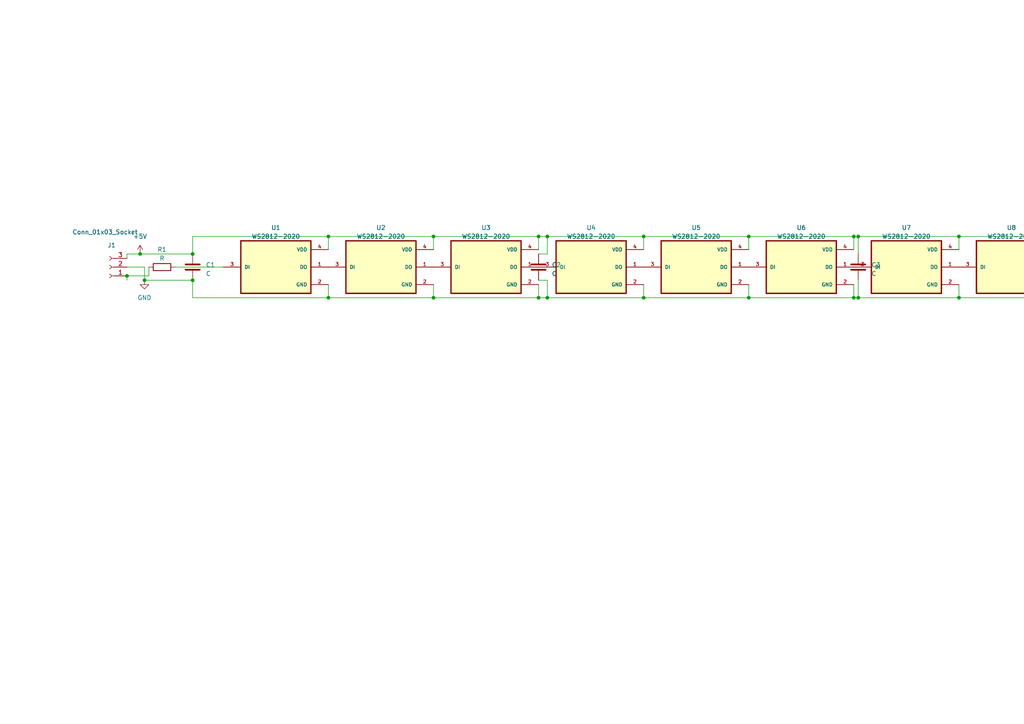
<source format=kicad_sch>
(kicad_sch (version 20230121) (generator eeschema)
  (paper "A4")
  (lib_symbols
    (symbol "Connector:Conn_01x03_Socket" (pin_names (offset 1.016) hide)
      (property "Reference" "J" (at 0 5.08 0))
      (property "Value" "Conn_01x03_Socket" (at 0 -5.08 0))
      (symbol "Conn_01x03_Socket_1_1"
        (arc (start 0 -2.032) (mid -0.5058 -2.54) (end 0 -3.048) (stroke (width 0.1524)))
        (polyline (pts (xy -1.27 -2.54) (xy -0.508 -2.54)) (stroke (width 0.1524)))
        (polyline (pts (xy -1.27 0) (xy -0.508 0)) (stroke (width 0.1524)))
        (polyline (pts (xy -1.27 2.54) (xy -0.508 2.54)) (stroke (width 0.1524)))
        (arc (start 0 0.508) (mid -0.5058 0) (end 0 -0.508) (stroke (width 0.1524)))
        (arc (start 0 3.048) (mid -0.5058 2.54) (end 0 2.032) (stroke (width 0.1524)))
        (pin passive line (at -5.08 2.54 0) (length 3.81) (name "Pin_1") (number "1"))
        (pin passive line (at -5.08 0 0) (length 3.81) (name "Pin_2") (number "2"))
        (pin passive line (at -5.08 -2.54 0) (length 3.81) (name "Pin_3") (number "3"))
      )
    )
    (symbol "Device:C" (pin_numbers hide) (pin_names (offset 0.254))
      (property "Reference" "C" (at 0.635 2.54 0))
      (property "Value" "C" (at 0.635 -2.54 0))
      (symbol "C_0_1"
        (polyline (pts (xy -2.032 -0.762) (xy 2.032 -0.762)) (stroke (width 0.508)))
        (polyline (pts (xy -2.032 0.762) (xy 2.032 0.762)) (stroke (width 0.508)))
      )
      (symbol "C_1_1"
        (pin passive line (at 0 3.81 270) (length 2.794) (name "~") (number "1"))
        (pin passive line (at 0 -3.81 90) (length 2.794) (name "~") (number "2"))
      )
    )
    (symbol "Device:R" (pin_numbers hide) (pin_names (offset 0))
      (property "Reference" "R" (at 2.032 0 90))
      (property "Value" "R" (at 0 0 90))
      (symbol "R_0_1"
        (rectangle (start -1.016 -2.54) (end 1.016 2.54) (stroke (width 0.254)))
      )
      (symbol "R_1_1"
        (pin passive line (at 0 3.81 270) (length 1.27) (name "~") (number "1"))
        (pin passive line (at 0 -3.81 90) (length 1.27) (name "~") (number "2"))
      )
    )
    (symbol "WS2812-2020:WS2812-2020" (pin_names (offset 1.016))
      (property "Reference" "U" (at -10.16 7.62 0))
      (property "Value" "WS2812-2020" (at -10.16 -10.16 0))
      (symbol "WS2812-2020_0_0"
        (rectangle (start -10.16 -7.62) (end 10.16 7.62) (stroke (width 0.4064)) (fill (type background)))
        (pin output line (at 15.24 0 180) (length 5.08) (name "DO") (number "1"))
        (pin power_in line (at 15.24 -5.08 180) (length 5.08) (name "GND") (number "2"))
        (pin input line (at -15.24 0 0) (length 5.08) (name "DI") (number "3"))
        (pin power_in line (at 15.24 5.08 180) (length 5.08) (name "VDD") (number "4"))
      )
    )
    (symbol "power:+5V" (power) (pin_names (offset 0))
      (property "Value" "+5V" (at 0 3.556 0))
      (symbol "+5V_0_1"
        (polyline (pts (xy -0.762 1.27) (xy 0 2.54)))
        (polyline (pts (xy 0 0) (xy 0 2.54)))
        (polyline (pts (xy 0 2.54) (xy 0.762 1.27)))
      )
      (symbol "+5V_1_1"
        (pin power_in line (at 0 0 90) (length 0) hide (name "+5V") (number "1"))
      )
    )
    (symbol "power:GND" (power) (pin_names (offset 0))
      (property "Value" "GND" (at 0 -3.81 0))
      (symbol "GND_0_1"
        (polyline (pts (xy 0 0) (xy 0 -1.27) (xy 1.27 -1.27) (xy 0 -2.54) (xy -1.27 -1.27) (xy 0 -1.27)))
      )
      (symbol "GND_1_1"
        (pin power_in line (at 0 0 270) (length 0) hide (name "GND") (number "1"))
      )
    )
  )
  (junction (at 434.34 86.36))
  (junction (at 158.75 86.36))
  (junction (at 247.65 68.58))
  (junction (at 278.13 86.36))
  (junction (at 95.25 86.36))
  (junction (at 125.73 86.36))
  (junction (at 41.91 81.28))
  (junction (at 158.75 68.58))
  (junction (at 308.61 68.58))
  (junction (at 340.36 68.58))
  (junction (at 217.17 86.36))
  (junction (at 369.57 68.58))
  (junction (at 248.92 86.36))
  (junction (at 95.25 68.58))
  (junction (at 369.57 86.36))
  (junction (at 125.73 68.58))
  (junction (at 186.69 86.36))
  (junction (at 434.34 68.58))
  (junction (at 36.83 80.01))
  (junction (at 186.69 68.58))
  (junction (at 278.13 68.58))
  (junction (at 55.88 73.66))
  (junction (at 308.61 86.36))
  (junction (at 247.65 86.36))
  (junction (at 248.92 68.58))
  (junction (at 40.64 73.66))
  (junction (at 400.05 68.58))
  (junction (at 156.21 86.36))
  (junction (at 217.17 68.58))
  (junction (at 339.09 86.36))
  (junction (at 340.36 86.36))
  (junction (at 400.05 86.36))
  (junction (at 55.88 81.28))
  (junction (at 156.21 68.58))
  (junction (at 339.09 68.58))
  (wire (pts (xy 95.25 68.58) (xy 55.88 68.58)))
  (wire (pts (xy 400.05 82.55) (xy 400.05 86.36)))
  (wire (pts (xy 308.61 68.58) (xy 278.13 68.58)))
  (wire (pts (xy 125.73 68.58) (xy 95.25 68.58)))
  (wire (pts (xy 438.15 77.47) (xy 438.15 86.36)))
  (wire (pts (xy 248.92 81.28) (xy 248.92 86.36)))
  (wire (pts (xy 158.75 81.28) (xy 158.75 86.36)))
  (wire (pts (xy 158.75 86.36) (xy 156.21 86.36)))
  (wire (pts (xy 55.88 73.66) (xy 40.64 73.66)))
  (wire (pts (xy 95.25 86.36) (xy 55.88 86.36)))
  (wire (pts (xy 156.21 68.58) (xy 156.21 72.39)))
  (wire (pts (xy 400.05 77.47) (xy 403.86 77.47)))
  (wire (pts (xy 247.65 86.36) (xy 217.17 86.36)))
  (wire (pts (xy 340.36 81.28) (xy 340.36 86.36)))
  (wire (pts (xy 156.21 86.36) (xy 125.73 86.36)))
  (wire (pts (xy 339.09 82.55) (xy 339.09 86.36)))
  (wire (pts (xy 339.09 86.36) (xy 308.61 86.36)))
  (wire (pts (xy 369.57 68.58) (xy 369.57 72.39)))
  (wire (pts (xy 340.36 68.58) (xy 339.09 68.58)))
  (wire (pts (xy 340.36 86.36) (xy 369.57 86.36)))
  (wire (pts (xy 278.13 82.55) (xy 278.13 86.36)))
  (wire (pts (xy 434.34 80.01) (xy 434.34 77.47)))
  (wire (pts (xy 125.73 86.36) (xy 95.25 86.36)))
  (wire (pts (xy 247.65 68.58) (xy 217.17 68.58)))
  (wire (pts (xy 308.61 68.58) (xy 308.61 72.39)))
  (wire (pts (xy 400.05 86.36) (xy 434.34 86.36)))
  (wire (pts (xy 156.21 82.55) (xy 156.21 86.36)))
  (wire (pts (xy 369.57 68.58) (xy 340.36 68.58)))
  (wire (pts (xy 156.21 81.28) (xy 158.75 81.28)))
  (wire (pts (xy 41.91 77.47) (xy 41.91 81.28)))
  (wire (pts (xy 248.92 73.66) (xy 248.92 68.58)))
  (wire (pts (xy 43.18 80.01) (xy 36.83 80.01)))
  (wire (pts (xy 248.92 86.36) (xy 278.13 86.36)))
  (wire (pts (xy 156.21 73.66) (xy 158.75 73.66)))
  (wire (pts (xy 450.85 74.93) (xy 450.85 68.58)))
  (wire (pts (xy 186.69 68.58) (xy 158.75 68.58)))
  (wire (pts (xy 50.8 77.47) (xy 64.77 77.47)))
  (wire (pts (xy 217.17 82.55) (xy 217.17 86.36)))
  (wire (pts (xy 369.57 82.55) (xy 369.57 86.36)))
  (wire (pts (xy 450.85 77.47) (xy 438.15 77.47)))
  (wire (pts (xy 247.65 86.36) (xy 248.92 86.36)))
  (wire (pts (xy 248.92 68.58) (xy 278.13 68.58)))
  (wire (pts (xy 434.34 68.58) (xy 434.34 72.39)))
  (wire (pts (xy 308.61 86.36) (xy 278.13 86.36)))
  (wire (pts (xy 186.69 82.55) (xy 186.69 86.36)))
  (wire (pts (xy 434.34 82.55) (xy 434.34 86.36)))
  (wire (pts (xy 158.75 73.66) (xy 158.75 68.58)))
  (wire (pts (xy 308.61 82.55) (xy 308.61 86.36)))
  (wire (pts (xy 36.83 80.01) (xy 36.83 81.28)))
  (wire (pts (xy 278.13 68.58) (xy 278.13 72.39)))
  (wire (pts (xy 36.83 73.66) (xy 36.83 74.93)))
  (wire (pts (xy 400.05 72.39) (xy 400.05 68.58)))
  (wire (pts (xy 95.25 82.55) (xy 95.25 86.36)))
  (wire (pts (xy 217.17 68.58) (xy 217.17 72.39)))
  (wire (pts (xy 217.17 68.58) (xy 186.69 68.58)))
  (wire (pts (xy 339.09 68.58) (xy 339.09 72.39)))
  (wire (pts (xy 339.09 68.58) (xy 308.61 68.58)))
  (wire (pts (xy 95.25 72.39) (xy 95.25 68.58)))
  (wire (pts (xy 55.88 86.36) (xy 55.88 81.28)))
  (wire (pts (xy 400.05 68.58) (xy 369.57 68.58)))
  (wire (pts (xy 186.69 68.58) (xy 186.69 72.39)))
  (wire (pts (xy 186.69 86.36) (xy 158.75 86.36)))
  (wire (pts (xy 40.64 73.66) (xy 36.83 73.66)))
  (wire (pts (xy 450.85 80.01) (xy 434.34 80.01)))
  (wire (pts (xy 339.09 86.36) (xy 340.36 86.36)))
  (wire (pts (xy 340.36 68.58) (xy 340.36 73.66)))
  (wire (pts (xy 41.91 81.28) (xy 55.88 81.28)))
  (wire (pts (xy 55.88 68.58) (xy 55.88 73.66)))
  (wire (pts (xy 247.65 68.58) (xy 247.65 72.39)))
  (wire (pts (xy 450.85 68.58) (xy 434.34 68.58)))
  (wire (pts (xy 156.21 68.58) (xy 125.73 68.58)))
  (wire (pts (xy 438.15 86.36) (xy 434.34 86.36)))
  (wire (pts (xy 36.83 77.47) (xy 41.91 77.47)))
  (wire (pts (xy 400.05 86.36) (xy 369.57 86.36)))
  (wire (pts (xy 158.75 68.58) (xy 156.21 68.58)))
  (wire (pts (xy 247.65 82.55) (xy 247.65 86.36)))
  (wire (pts (xy 400.05 68.58) (xy 434.34 68.58)))
  (wire (pts (xy 125.73 82.55) (xy 125.73 86.36)))
  (wire (pts (xy 43.18 77.47) (xy 43.18 80.01)))
  (wire (pts (xy 125.73 68.58) (xy 125.73 72.39)))
  (wire (pts (xy 247.65 68.58) (xy 248.92 68.58)))
  (wire (pts (xy 217.17 86.36) (xy 186.69 86.36)))
  (symbol (lib_id "WS2812-2020:WS2812-2020") (at 323.85 77.47 0) (unit 1)
    (property "Reference" "U9" (at 323.85 66.04 0))
    (property "Value" "WS2812-2020" (at 323.85 68.58 0))
    (property "Footprint" "LED_WS2812-2020" (effects hide))
    (property "PARTREV" "V1.3" (effects hide))
    (property "SNAPEDA_PN" "WS2812-2020" (effects hide))
    (property "STANDARD" "Manufacturer Recommendations" (effects hide))
    (property "MAXIMUM_PACKAGE_HEIGHT" "0.84 mm" (effects hide))
    (property "MANUFACTURER" "Worldsemi" (effects hide))
  )
  (symbol (lib_id "WS2812-2020:WS2812-2020") (at 293.37 77.47 0) (unit 1)
    (property "Reference" "U8" (at 293.37 66.04 0))
    (property "Value" "WS2812-2020" (at 293.37 68.58 0))
    (property "Footprint" "LED_WS2812-2020" (effects hide))
    (property "PARTREV" "V1.3" (effects hide))
    (property "SNAPEDA_PN" "WS2812-2020" (effects hide))
    (property "STANDARD" "Manufacturer Recommendations" (effects hide))
    (property "MAXIMUM_PACKAGE_HEIGHT" "0.84 mm" (effects hide))
    (property "MANUFACTURER" "Worldsemi" (effects hide))
  )
  (symbol (lib_id "WS2812-2020:WS2812-2020") (at 201.93 77.47 0) (unit 1)
    (property "Reference" "U5" (at 201.93 66.04 0))
    (property "Value" "WS2812-2020" (at 201.93 68.58 0))
    (property "Footprint" "LED_WS2812-2020" (effects hide))
    (property "PARTREV" "V1.3" (effects hide))
    (property "SNAPEDA_PN" "WS2812-2020" (effects hide))
    (property "STANDARD" "Manufacturer Recommendations" (effects hide))
    (property "MAXIMUM_PACKAGE_HEIGHT" "0.84 mm" (effects hide))
    (property "MANUFACTURER" "Worldsemi" (effects hide))
  )
  (symbol (lib_id "Connector:Conn_01x03_Socket") (at 445.77 77.47 180) (unit 1)
    (property "Reference" "J2" (at 446.405 71.12 0))
    (property "Value" "Conn_01x03_Socket" (at 444.5 67.31 0))
    (property "Footprint" "Connector_JST:JST_PH_B3B-PH-K_1x03_P2.00mm_Vertical" (effects hide))
  )
  (symbol (lib_id "WS2812-2020:WS2812-2020") (at 354.33 77.47 0) (unit 1)
    (property "Reference" "U10" (at 354.33 66.04 0))
    (property "Value" "WS2812-2020" (at 354.33 68.58 0))
    (property "Footprint" "LED_WS2812-2020" (effects hide))
    (property "PARTREV" "V1.3" (effects hide))
    (property "SNAPEDA_PN" "WS2812-2020" (effects hide))
    (property "STANDARD" "Manufacturer Recommendations" (effects hide))
    (property "MAXIMUM_PACKAGE_HEIGHT" "0.84 mm" (effects hide))
    (property "MANUFACTURER" "Worldsemi" (effects hide))
  )
  (symbol (lib_id "WS2812-2020:WS2812-2020") (at 140.97 77.47 0) (unit 1)
    (property "Reference" "U3" (at 140.97 66.04 0))
    (property "Value" "WS2812-2020" (at 140.97 68.58 0))
    (property "Footprint" "LED_WS2812-2020" (effects hide))
    (property "PARTREV" "V1.3" (effects hide))
    (property "SNAPEDA_PN" "WS2812-2020" (effects hide))
    (property "STANDARD" "Manufacturer Recommendations" (effects hide))
    (property "MAXIMUM_PACKAGE_HEIGHT" "0.84 mm" (effects hide))
    (property "MANUFACTURER" "Worldsemi" (effects hide))
  )
  (symbol (lib_id "WS2812-2020:WS2812-2020") (at 232.41 77.47 0) (unit 1)
    (property "Reference" "U6" (at 232.41 66.04 0))
    (property "Value" "WS2812-2020" (at 232.41 68.58 0))
    (property "Footprint" "LED_WS2812-2020" (effects hide))
    (property "PARTREV" "V1.3" (effects hide))
    (property "SNAPEDA_PN" "WS2812-2020" (effects hide))
    (property "STANDARD" "Manufacturer Recommendations" (effects hide))
    (property "MAXIMUM_PACKAGE_HEIGHT" "0.84 mm" (effects hide))
    (property "MANUFACTURER" "Worldsemi" (effects hide))
  )
  (symbol (lib_id "WS2812-2020:WS2812-2020") (at 384.81 77.47 0) (unit 1)
    (property "Reference" "U11" (at 384.81 66.04 0))
    (property "Value" "WS2812-2020" (at 384.81 68.58 0))
    (property "Footprint" "LED_WS2812-2020" (effects hide))
    (property "PARTREV" "V1.3" (effects hide))
    (property "SNAPEDA_PN" "WS2812-2020" (effects hide))
    (property "STANDARD" "Manufacturer Recommendations" (effects hide))
    (property "MAXIMUM_PACKAGE_HEIGHT" "0.84 mm" (effects hide))
    (property "MANUFACTURER" "Worldsemi" (effects hide))
  )
  (symbol (lib_id "Device:C") (at 156.21 77.47 0) (unit 1)
    (property "Reference" "C2" (at 160.02 76.835 0) (effects (justify left)))
    (property "Value" "C" (at 160.02 79.375 0) (effects (justify left)))
    (property "Footprint" "Capacitor_SMD:C_0402_1005Metric" (effects hide))
  )
  (symbol (lib_id "WS2812-2020:WS2812-2020") (at 171.45 77.47 0) (unit 1)
    (property "Reference" "U4" (at 171.45 66.04 0))
    (property "Value" "WS2812-2020" (at 171.45 68.58 0))
    (property "Footprint" "LED_WS2812-2020" (effects hide))
    (property "PARTREV" "V1.3" (effects hide))
    (property "SNAPEDA_PN" "WS2812-2020" (effects hide))
    (property "STANDARD" "Manufacturer Recommendations" (effects hide))
    (property "MAXIMUM_PACKAGE_HEIGHT" "0.84 mm" (effects hide))
    (property "MANUFACTURER" "Worldsemi" (effects hide))
  )
  (symbol (lib_id "Device:R") (at 46.99 77.47 90) (unit 1)
    (property "Reference" "R1" (at 46.99 72.39 90))
    (property "Value" "R" (at 46.99 74.93 90))
    (property "Footprint" "Resistor_SMD:R_0402_1005Metric" (effects hide))
  )
  (symbol (lib_id "WS2812-2020:WS2812-2020") (at 80.01 77.47 0) (unit 1)
    (property "Reference" "U1" (at 80.01 66.04 0))
    (property "Value" "WS2812-2020" (at 80.01 68.58 0))
    (property "Footprint" "LED_WS2812-2020" (effects hide))
    (property "PARTREV" "V1.3" (effects hide))
    (property "SNAPEDA_PN" "WS2812-2020" (effects hide))
    (property "STANDARD" "Manufacturer Recommendations" (effects hide))
    (property "MAXIMUM_PACKAGE_HEIGHT" "0.84 mm" (effects hide))
    (property "MANUFACTURER" "Worldsemi" (effects hide))
  )
  (symbol (lib_id "power:GND") (at 41.91 81.28 0) (unit 1)
    (property "Reference" "#PWR01" (effects hide))
    (property "Value" "GND" (at 41.91 86.36 0))
  )
  (symbol (lib_id "WS2812-2020:WS2812-2020") (at 419.1 77.47 0) (unit 1)
    (property "Reference" "U12" (at 419.1 66.04 0))
    (property "Value" "WS2812-2020" (at 419.1 68.58 0))
    (property "Footprint" "LED_WS2812-2020" (effects hide))
    (property "PARTREV" "V1.3" (effects hide))
    (property "SNAPEDA_PN" "WS2812-2020" (effects hide))
    (property "STANDARD" "Manufacturer Recommendations" (effects hide))
    (property "MAXIMUM_PACKAGE_HEIGHT" "0.84 mm" (effects hide))
    (property "MANUFACTURER" "Worldsemi" (effects hide))
  )
  (symbol (lib_id "WS2812-2020:WS2812-2020") (at 262.89 77.47 0) (unit 1)
    (property "Reference" "U7" (at 262.89 66.04 0))
    (property "Value" "WS2812-2020" (at 262.89 68.58 0))
    (property "Footprint" "LED_WS2812-2020" (effects hide))
    (property "PARTREV" "V1.3" (effects hide))
    (property "SNAPEDA_PN" "WS2812-2020" (effects hide))
    (property "STANDARD" "Manufacturer Recommendations" (effects hide))
    (property "MAXIMUM_PACKAGE_HEIGHT" "0.84 mm" (effects hide))
    (property "MANUFACTURER" "Worldsemi" (effects hide))
  )
  (symbol (lib_id "power:+5V") (at 40.64 73.66 0) (unit 1)
    (property "Reference" "#PWR02" (effects hide))
    (property "Value" "+5V" (at 40.64 68.58 0))
  )
  (symbol (lib_id "Device:C") (at 248.92 77.47 0) (unit 1)
    (property "Reference" "C3" (at 252.73 76.835 0) (effects (justify left)))
    (property "Value" "C" (at 252.73 79.375 0) (effects (justify left)))
    (property "Footprint" "Capacitor_SMD:C_0402_1005Metric" (effects hide))
  )
  (symbol (lib_id "Device:C") (at 55.88 77.47 0) (unit 1)
    (property "Reference" "C1" (at 59.69 76.835 0) (effects (justify left)))
    (property "Value" "C" (at 59.69 79.375 0) (effects (justify left)))
    (property "Footprint" "Capacitor_SMD:C_0402_1005Metric" (effects hide))
  )
  (symbol (lib_id "WS2812-2020:WS2812-2020") (at 110.49 77.47 0) (unit 1)
    (property "Reference" "U2" (at 110.49 66.04 0))
    (property "Value" "WS2812-2020" (at 110.49 68.58 0))
    (property "Footprint" "LED_WS2812-2020" (effects hide))
    (property "PARTREV" "V1.3" (effects hide))
    (property "SNAPEDA_PN" "WS2812-2020" (effects hide))
    (property "STANDARD" "Manufacturer Recommendations" (effects hide))
    (property "MAXIMUM_PACKAGE_HEIGHT" "0.84 mm" (effects hide))
    (property "MANUFACTURER" "Worldsemi" (effects hide))
  )
  (symbol (lib_id "Device:C") (at 340.36 77.47 0) (unit 1)
    (property "Reference" "C4" (at 344.17 76.835 0) (effects (justify left)))
    (property "Value" "C" (at 344.17 79.375 0) (effects (justify left)))
    (property "Footprint" "Capacitor_SMD:C_0402_1005Metric" (effects hide))
  )
  (symbol (lib_id "Connector:Conn_01x03_Socket") (at 31.75 77.47 180) (unit 1)
    (property "Reference" "J1" (at 32.385 71.12 0))
    (property "Value" "Conn_01x03_Socket" (at 30.48 67.31 0))
    (property "Footprint" "Connector_JST:JST_PH_B3B-PH-K_1x03_P2.00mm_Vertical" (effects hide))
  )
)
</source>
